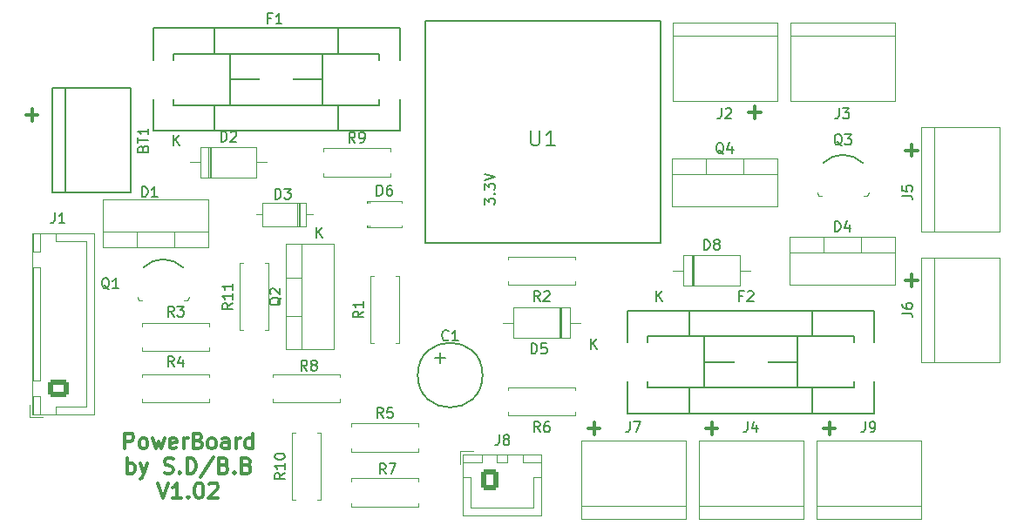
<source format=gto>
G04 #@! TF.GenerationSoftware,KiCad,Pcbnew,(5.99.0-10988-gd8b1e827c7)*
G04 #@! TF.CreationDate,2021-06-25T10:47:14+02:00*
G04 #@! TF.ProjectId,charge_pcb,63686172-6765-45f7-9063-622e6b696361,rev?*
G04 #@! TF.SameCoordinates,Original*
G04 #@! TF.FileFunction,Legend,Top*
G04 #@! TF.FilePolarity,Positive*
%FSLAX46Y46*%
G04 Gerber Fmt 4.6, Leading zero omitted, Abs format (unit mm)*
G04 Created by KiCad (PCBNEW (5.99.0-10988-gd8b1e827c7)) date 2021-06-25 10:47:14*
%MOMM*%
%LPD*%
G01*
G04 APERTURE LIST*
G04 Aperture macros list*
%AMRoundRect*
0 Rectangle with rounded corners*
0 $1 Rounding radius*
0 $2 $3 $4 $5 $6 $7 $8 $9 X,Y pos of 4 corners*
0 Add a 4 corners polygon primitive as box body*
4,1,4,$2,$3,$4,$5,$6,$7,$8,$9,$2,$3,0*
0 Add four circle primitives for the rounded corners*
1,1,$1+$1,$2,$3*
1,1,$1+$1,$4,$5*
1,1,$1+$1,$6,$7*
1,1,$1+$1,$8,$9*
0 Add four rect primitives between the rounded corners*
20,1,$1+$1,$2,$3,$4,$5,0*
20,1,$1+$1,$4,$5,$6,$7,0*
20,1,$1+$1,$6,$7,$8,$9,0*
20,1,$1+$1,$8,$9,$2,$3,0*%
G04 Aperture macros list end*
%ADD10C,0.300000*%
%ADD11C,0.200000*%
%ADD12C,0.150000*%
%ADD13C,0.120000*%
%ADD14C,0.100000*%
%ADD15C,1.524000*%
%ADD16C,2.000000*%
%ADD17C,3.200000*%
%ADD18O,4.000500X2.499360*%
%ADD19C,1.501140*%
%ADD20C,2.540000*%
%ADD21R,2.540000X2.540000*%
%ADD22C,5.600000*%
%ADD23C,3.600000*%
%ADD24O,1.600000X1.600000*%
%ADD25C,1.600000*%
%ADD26C,3.000000*%
%ADD27R,3.000000X3.000000*%
%ADD28O,2.000000X1.905000*%
%ADD29R,2.000000X1.905000*%
%ADD30O,1.905000X2.000000*%
%ADD31R,1.905000X2.000000*%
%ADD32O,2.200000X2.200000*%
%ADD33R,2.200000X2.200000*%
%ADD34O,1.700000X2.000000*%
%ADD35RoundRect,0.250000X-0.600000X-0.750000X0.600000X-0.750000X0.600000X0.750000X-0.600000X0.750000X0*%
%ADD36O,1.950000X1.700000*%
%ADD37RoundRect,0.250000X0.725000X-0.600000X0.725000X0.600000X-0.725000X0.600000X-0.725000X-0.600000X0*%
%ADD38C,1.800000*%
%ADD39R,1.800000X1.800000*%
%ADD40R,1.500000X1.500000*%
%ADD41C,1.500000*%
%ADD42O,2.000000X2.000000*%
%ADD43R,2.000000X2.000000*%
%ADD44R,1.600000X1.600000*%
G04 APERTURE END LIST*
D10*
X139488571Y-114147142D02*
X140631428Y-114147142D01*
X140060000Y-114718571D02*
X140060000Y-113575714D01*
X154738571Y-117837142D02*
X155881428Y-117837142D01*
X155310000Y-118408571D02*
X155310000Y-117265714D01*
X154738571Y-130507142D02*
X155881428Y-130507142D01*
X155310000Y-131078571D02*
X155310000Y-129935714D01*
X123888571Y-144887142D02*
X125031428Y-144887142D01*
X124460000Y-145458571D02*
X124460000Y-144315714D01*
D11*
X113852380Y-123126190D02*
X113852380Y-122507142D01*
X114233333Y-122840476D01*
X114233333Y-122697619D01*
X114280952Y-122602380D01*
X114328571Y-122554761D01*
X114423809Y-122507142D01*
X114661904Y-122507142D01*
X114757142Y-122554761D01*
X114804761Y-122602380D01*
X114852380Y-122697619D01*
X114852380Y-122983333D01*
X114804761Y-123078571D01*
X114757142Y-123126190D01*
X114757142Y-122078571D02*
X114804761Y-122030952D01*
X114852380Y-122078571D01*
X114804761Y-122126190D01*
X114757142Y-122078571D01*
X114852380Y-122078571D01*
X113852380Y-121697619D02*
X113852380Y-121078571D01*
X114233333Y-121411904D01*
X114233333Y-121269047D01*
X114280952Y-121173809D01*
X114328571Y-121126190D01*
X114423809Y-121078571D01*
X114661904Y-121078571D01*
X114757142Y-121126190D01*
X114804761Y-121173809D01*
X114852380Y-121269047D01*
X114852380Y-121554761D01*
X114804761Y-121650000D01*
X114757142Y-121697619D01*
X113852380Y-120792857D02*
X114852380Y-120459523D01*
X113852380Y-120126190D01*
D10*
X135318571Y-144887142D02*
X136461428Y-144887142D01*
X135890000Y-145458571D02*
X135890000Y-144315714D01*
X146748571Y-144887142D02*
X147891428Y-144887142D01*
X147320000Y-145458571D02*
X147320000Y-144315714D01*
X69278571Y-114407142D02*
X70421428Y-114407142D01*
X69850000Y-114978571D02*
X69850000Y-113835714D01*
X78875714Y-146853571D02*
X78875714Y-145353571D01*
X79447142Y-145353571D01*
X79590000Y-145425000D01*
X79661428Y-145496428D01*
X79732857Y-145639285D01*
X79732857Y-145853571D01*
X79661428Y-145996428D01*
X79590000Y-146067857D01*
X79447142Y-146139285D01*
X78875714Y-146139285D01*
X80590000Y-146853571D02*
X80447142Y-146782142D01*
X80375714Y-146710714D01*
X80304285Y-146567857D01*
X80304285Y-146139285D01*
X80375714Y-145996428D01*
X80447142Y-145925000D01*
X80590000Y-145853571D01*
X80804285Y-145853571D01*
X80947142Y-145925000D01*
X81018571Y-145996428D01*
X81090000Y-146139285D01*
X81090000Y-146567857D01*
X81018571Y-146710714D01*
X80947142Y-146782142D01*
X80804285Y-146853571D01*
X80590000Y-146853571D01*
X81590000Y-145853571D02*
X81875714Y-146853571D01*
X82161428Y-146139285D01*
X82447142Y-146853571D01*
X82732857Y-145853571D01*
X83875714Y-146782142D02*
X83732857Y-146853571D01*
X83447142Y-146853571D01*
X83304285Y-146782142D01*
X83232857Y-146639285D01*
X83232857Y-146067857D01*
X83304285Y-145925000D01*
X83447142Y-145853571D01*
X83732857Y-145853571D01*
X83875714Y-145925000D01*
X83947142Y-146067857D01*
X83947142Y-146210714D01*
X83232857Y-146353571D01*
X84590000Y-146853571D02*
X84590000Y-145853571D01*
X84590000Y-146139285D02*
X84661428Y-145996428D01*
X84732857Y-145925000D01*
X84875714Y-145853571D01*
X85018571Y-145853571D01*
X86018571Y-146067857D02*
X86232857Y-146139285D01*
X86304285Y-146210714D01*
X86375714Y-146353571D01*
X86375714Y-146567857D01*
X86304285Y-146710714D01*
X86232857Y-146782142D01*
X86090000Y-146853571D01*
X85518571Y-146853571D01*
X85518571Y-145353571D01*
X86018571Y-145353571D01*
X86161428Y-145425000D01*
X86232857Y-145496428D01*
X86304285Y-145639285D01*
X86304285Y-145782142D01*
X86232857Y-145925000D01*
X86161428Y-145996428D01*
X86018571Y-146067857D01*
X85518571Y-146067857D01*
X87232857Y-146853571D02*
X87090000Y-146782142D01*
X87018571Y-146710714D01*
X86947142Y-146567857D01*
X86947142Y-146139285D01*
X87018571Y-145996428D01*
X87090000Y-145925000D01*
X87232857Y-145853571D01*
X87447142Y-145853571D01*
X87590000Y-145925000D01*
X87661428Y-145996428D01*
X87732857Y-146139285D01*
X87732857Y-146567857D01*
X87661428Y-146710714D01*
X87590000Y-146782142D01*
X87447142Y-146853571D01*
X87232857Y-146853571D01*
X89018571Y-146853571D02*
X89018571Y-146067857D01*
X88947142Y-145925000D01*
X88804285Y-145853571D01*
X88518571Y-145853571D01*
X88375714Y-145925000D01*
X89018571Y-146782142D02*
X88875714Y-146853571D01*
X88518571Y-146853571D01*
X88375714Y-146782142D01*
X88304285Y-146639285D01*
X88304285Y-146496428D01*
X88375714Y-146353571D01*
X88518571Y-146282142D01*
X88875714Y-146282142D01*
X89018571Y-146210714D01*
X89732857Y-146853571D02*
X89732857Y-145853571D01*
X89732857Y-146139285D02*
X89804285Y-145996428D01*
X89875714Y-145925000D01*
X90018571Y-145853571D01*
X90161428Y-145853571D01*
X91304285Y-146853571D02*
X91304285Y-145353571D01*
X91304285Y-146782142D02*
X91161428Y-146853571D01*
X90875714Y-146853571D01*
X90732857Y-146782142D01*
X90661428Y-146710714D01*
X90590000Y-146567857D01*
X90590000Y-146139285D01*
X90661428Y-145996428D01*
X90732857Y-145925000D01*
X90875714Y-145853571D01*
X91161428Y-145853571D01*
X91304285Y-145925000D01*
X79161428Y-149268571D02*
X79161428Y-147768571D01*
X79161428Y-148340000D02*
X79304285Y-148268571D01*
X79590000Y-148268571D01*
X79732857Y-148340000D01*
X79804285Y-148411428D01*
X79875714Y-148554285D01*
X79875714Y-148982857D01*
X79804285Y-149125714D01*
X79732857Y-149197142D01*
X79590000Y-149268571D01*
X79304285Y-149268571D01*
X79161428Y-149197142D01*
X80375714Y-148268571D02*
X80732857Y-149268571D01*
X81090000Y-148268571D02*
X80732857Y-149268571D01*
X80590000Y-149625714D01*
X80518571Y-149697142D01*
X80375714Y-149768571D01*
X82732857Y-149197142D02*
X82947142Y-149268571D01*
X83304285Y-149268571D01*
X83447142Y-149197142D01*
X83518571Y-149125714D01*
X83590000Y-148982857D01*
X83590000Y-148840000D01*
X83518571Y-148697142D01*
X83447142Y-148625714D01*
X83304285Y-148554285D01*
X83018571Y-148482857D01*
X82875714Y-148411428D01*
X82804285Y-148340000D01*
X82732857Y-148197142D01*
X82732857Y-148054285D01*
X82804285Y-147911428D01*
X82875714Y-147840000D01*
X83018571Y-147768571D01*
X83375714Y-147768571D01*
X83590000Y-147840000D01*
X84232857Y-149125714D02*
X84304285Y-149197142D01*
X84232857Y-149268571D01*
X84161428Y-149197142D01*
X84232857Y-149125714D01*
X84232857Y-149268571D01*
X84947142Y-149268571D02*
X84947142Y-147768571D01*
X85304285Y-147768571D01*
X85518571Y-147840000D01*
X85661428Y-147982857D01*
X85732857Y-148125714D01*
X85804285Y-148411428D01*
X85804285Y-148625714D01*
X85732857Y-148911428D01*
X85661428Y-149054285D01*
X85518571Y-149197142D01*
X85304285Y-149268571D01*
X84947142Y-149268571D01*
X87518571Y-147697142D02*
X86232857Y-149625714D01*
X88518571Y-148482857D02*
X88732857Y-148554285D01*
X88804285Y-148625714D01*
X88875714Y-148768571D01*
X88875714Y-148982857D01*
X88804285Y-149125714D01*
X88732857Y-149197142D01*
X88590000Y-149268571D01*
X88018571Y-149268571D01*
X88018571Y-147768571D01*
X88518571Y-147768571D01*
X88661428Y-147840000D01*
X88732857Y-147911428D01*
X88804285Y-148054285D01*
X88804285Y-148197142D01*
X88732857Y-148340000D01*
X88661428Y-148411428D01*
X88518571Y-148482857D01*
X88018571Y-148482857D01*
X89518571Y-149125714D02*
X89590000Y-149197142D01*
X89518571Y-149268571D01*
X89447142Y-149197142D01*
X89518571Y-149125714D01*
X89518571Y-149268571D01*
X90732857Y-148482857D02*
X90947142Y-148554285D01*
X91018571Y-148625714D01*
X91090000Y-148768571D01*
X91090000Y-148982857D01*
X91018571Y-149125714D01*
X90947142Y-149197142D01*
X90804285Y-149268571D01*
X90232857Y-149268571D01*
X90232857Y-147768571D01*
X90732857Y-147768571D01*
X90875714Y-147840000D01*
X90947142Y-147911428D01*
X91018571Y-148054285D01*
X91018571Y-148197142D01*
X90947142Y-148340000D01*
X90875714Y-148411428D01*
X90732857Y-148482857D01*
X90232857Y-148482857D01*
X82090000Y-150183571D02*
X82590000Y-151683571D01*
X83090000Y-150183571D01*
X84375714Y-151683571D02*
X83518571Y-151683571D01*
X83947142Y-151683571D02*
X83947142Y-150183571D01*
X83804285Y-150397857D01*
X83661428Y-150540714D01*
X83518571Y-150612142D01*
X85018571Y-151540714D02*
X85090000Y-151612142D01*
X85018571Y-151683571D01*
X84947142Y-151612142D01*
X85018571Y-151540714D01*
X85018571Y-151683571D01*
X86018571Y-150183571D02*
X86161428Y-150183571D01*
X86304285Y-150255000D01*
X86375714Y-150326428D01*
X86447142Y-150469285D01*
X86518571Y-150755000D01*
X86518571Y-151112142D01*
X86447142Y-151397857D01*
X86375714Y-151540714D01*
X86304285Y-151612142D01*
X86161428Y-151683571D01*
X86018571Y-151683571D01*
X85875714Y-151612142D01*
X85804285Y-151540714D01*
X85732857Y-151397857D01*
X85661428Y-151112142D01*
X85661428Y-150755000D01*
X85732857Y-150469285D01*
X85804285Y-150326428D01*
X85875714Y-150255000D01*
X86018571Y-150183571D01*
X87090000Y-150326428D02*
X87161428Y-150255000D01*
X87304285Y-150183571D01*
X87661428Y-150183571D01*
X87804285Y-150255000D01*
X87875714Y-150326428D01*
X87947142Y-150469285D01*
X87947142Y-150612142D01*
X87875714Y-150826428D01*
X87018571Y-151683571D01*
X87947142Y-151683571D01*
D12*
X89352380Y-132722857D02*
X88876190Y-133056190D01*
X89352380Y-133294285D02*
X88352380Y-133294285D01*
X88352380Y-132913333D01*
X88400000Y-132818095D01*
X88447619Y-132770476D01*
X88542857Y-132722857D01*
X88685714Y-132722857D01*
X88780952Y-132770476D01*
X88828571Y-132818095D01*
X88876190Y-132913333D01*
X88876190Y-133294285D01*
X89352380Y-131770476D02*
X89352380Y-132341904D01*
X89352380Y-132056190D02*
X88352380Y-132056190D01*
X88495238Y-132151428D01*
X88590476Y-132246666D01*
X88638095Y-132341904D01*
X89352380Y-130818095D02*
X89352380Y-131389523D01*
X89352380Y-131103809D02*
X88352380Y-131103809D01*
X88495238Y-131199047D01*
X88590476Y-131294285D01*
X88638095Y-131389523D01*
X148256666Y-113752380D02*
X148256666Y-114466666D01*
X148209047Y-114609523D01*
X148113809Y-114704761D01*
X147970952Y-114752380D01*
X147875714Y-114752380D01*
X148637619Y-113752380D02*
X149256666Y-113752380D01*
X148923333Y-114133333D01*
X149066190Y-114133333D01*
X149161428Y-114180952D01*
X149209047Y-114228571D01*
X149256666Y-114323809D01*
X149256666Y-114561904D01*
X149209047Y-114657142D01*
X149161428Y-114704761D01*
X149066190Y-114752380D01*
X148780476Y-114752380D01*
X148685238Y-114704761D01*
X148637619Y-114657142D01*
X136826666Y-113752380D02*
X136826666Y-114466666D01*
X136779047Y-114609523D01*
X136683809Y-114704761D01*
X136540952Y-114752380D01*
X136445714Y-114752380D01*
X137255238Y-113847619D02*
X137302857Y-113800000D01*
X137398095Y-113752380D01*
X137636190Y-113752380D01*
X137731428Y-113800000D01*
X137779047Y-113847619D01*
X137826666Y-113942857D01*
X137826666Y-114038095D01*
X137779047Y-114180952D01*
X137207619Y-114752380D01*
X137826666Y-114752380D01*
X154392380Y-122253333D02*
X155106666Y-122253333D01*
X155249523Y-122300952D01*
X155344761Y-122396190D01*
X155392380Y-122539047D01*
X155392380Y-122634285D01*
X154392380Y-121300952D02*
X154392380Y-121777142D01*
X154868571Y-121824761D01*
X154820952Y-121777142D01*
X154773333Y-121681904D01*
X154773333Y-121443809D01*
X154820952Y-121348571D01*
X154868571Y-121300952D01*
X154963809Y-121253333D01*
X155201904Y-121253333D01*
X155297142Y-121300952D01*
X155344761Y-121348571D01*
X155392380Y-121443809D01*
X155392380Y-121681904D01*
X155344761Y-121777142D01*
X155297142Y-121824761D01*
X154392380Y-133683333D02*
X155106666Y-133683333D01*
X155249523Y-133730952D01*
X155344761Y-133826190D01*
X155392380Y-133969047D01*
X155392380Y-134064285D01*
X154392380Y-132778571D02*
X154392380Y-132969047D01*
X154440000Y-133064285D01*
X154487619Y-133111904D01*
X154630476Y-133207142D01*
X154820952Y-133254761D01*
X155201904Y-133254761D01*
X155297142Y-133207142D01*
X155344761Y-133159523D01*
X155392380Y-133064285D01*
X155392380Y-132873809D01*
X155344761Y-132778571D01*
X155297142Y-132730952D01*
X155201904Y-132683333D01*
X154963809Y-132683333D01*
X154868571Y-132730952D01*
X154820952Y-132778571D01*
X154773333Y-132873809D01*
X154773333Y-133064285D01*
X154820952Y-133159523D01*
X154868571Y-133207142D01*
X154963809Y-133254761D01*
X127936666Y-144232380D02*
X127936666Y-144946666D01*
X127889047Y-145089523D01*
X127793809Y-145184761D01*
X127650952Y-145232380D01*
X127555714Y-145232380D01*
X128317619Y-144232380D02*
X128984285Y-144232380D01*
X128555714Y-145232380D01*
X139366666Y-144232380D02*
X139366666Y-144946666D01*
X139319047Y-145089523D01*
X139223809Y-145184761D01*
X139080952Y-145232380D01*
X138985714Y-145232380D01*
X140271428Y-144565714D02*
X140271428Y-145232380D01*
X140033333Y-144184761D02*
X139795238Y-144899047D01*
X140414285Y-144899047D01*
X150796666Y-144232380D02*
X150796666Y-144946666D01*
X150749047Y-145089523D01*
X150653809Y-145184761D01*
X150510952Y-145232380D01*
X150415714Y-145232380D01*
X151320476Y-145232380D02*
X151510952Y-145232380D01*
X151606190Y-145184761D01*
X151653809Y-145137142D01*
X151749047Y-144994285D01*
X151796666Y-144803809D01*
X151796666Y-144422857D01*
X151749047Y-144327619D01*
X151701428Y-144280000D01*
X151606190Y-144232380D01*
X151415714Y-144232380D01*
X151320476Y-144280000D01*
X151272857Y-144327619D01*
X151225238Y-144422857D01*
X151225238Y-144660952D01*
X151272857Y-144756190D01*
X151320476Y-144803809D01*
X151415714Y-144851428D01*
X151606190Y-144851428D01*
X151701428Y-144803809D01*
X151749047Y-144756190D01*
X151796666Y-144660952D01*
X94067619Y-132175238D02*
X94020000Y-132270476D01*
X93924761Y-132365714D01*
X93781904Y-132508571D01*
X93734285Y-132603809D01*
X93734285Y-132699047D01*
X93972380Y-132651428D02*
X93924761Y-132746666D01*
X93829523Y-132841904D01*
X93639047Y-132889523D01*
X93305714Y-132889523D01*
X93115238Y-132841904D01*
X93020000Y-132746666D01*
X92972380Y-132651428D01*
X92972380Y-132460952D01*
X93020000Y-132365714D01*
X93115238Y-132270476D01*
X93305714Y-132222857D01*
X93639047Y-132222857D01*
X93829523Y-132270476D01*
X93924761Y-132365714D01*
X93972380Y-132460952D01*
X93972380Y-132651428D01*
X93067619Y-131841904D02*
X93020000Y-131794285D01*
X92972380Y-131699047D01*
X92972380Y-131460952D01*
X93020000Y-131365714D01*
X93067619Y-131318095D01*
X93162857Y-131270476D01*
X93258095Y-131270476D01*
X93400952Y-131318095D01*
X93972380Y-131889523D01*
X93972380Y-131270476D01*
X137064761Y-118197619D02*
X136969523Y-118150000D01*
X136874285Y-118054761D01*
X136731428Y-117911904D01*
X136636190Y-117864285D01*
X136540952Y-117864285D01*
X136588571Y-118102380D02*
X136493333Y-118054761D01*
X136398095Y-117959523D01*
X136350476Y-117769047D01*
X136350476Y-117435714D01*
X136398095Y-117245238D01*
X136493333Y-117150000D01*
X136588571Y-117102380D01*
X136779047Y-117102380D01*
X136874285Y-117150000D01*
X136969523Y-117245238D01*
X137017142Y-117435714D01*
X137017142Y-117769047D01*
X136969523Y-117959523D01*
X136874285Y-118054761D01*
X136779047Y-118102380D01*
X136588571Y-118102380D01*
X137874285Y-117435714D02*
X137874285Y-118102380D01*
X137636190Y-117054761D02*
X137398095Y-117769047D01*
X138017142Y-117769047D01*
X135151904Y-127522380D02*
X135151904Y-126522380D01*
X135390000Y-126522380D01*
X135532857Y-126570000D01*
X135628095Y-126665238D01*
X135675714Y-126760476D01*
X135723333Y-126950952D01*
X135723333Y-127093809D01*
X135675714Y-127284285D01*
X135628095Y-127379523D01*
X135532857Y-127474761D01*
X135390000Y-127522380D01*
X135151904Y-127522380D01*
X136294761Y-126950952D02*
X136199523Y-126903333D01*
X136151904Y-126855714D01*
X136104285Y-126760476D01*
X136104285Y-126712857D01*
X136151904Y-126617619D01*
X136199523Y-126570000D01*
X136294761Y-126522380D01*
X136485238Y-126522380D01*
X136580476Y-126570000D01*
X136628095Y-126617619D01*
X136675714Y-126712857D01*
X136675714Y-126760476D01*
X136628095Y-126855714D01*
X136580476Y-126903333D01*
X136485238Y-126950952D01*
X136294761Y-126950952D01*
X136199523Y-126998571D01*
X136151904Y-127046190D01*
X136104285Y-127141428D01*
X136104285Y-127331904D01*
X136151904Y-127427142D01*
X136199523Y-127474761D01*
X136294761Y-127522380D01*
X136485238Y-127522380D01*
X136580476Y-127474761D01*
X136628095Y-127427142D01*
X136675714Y-127331904D01*
X136675714Y-127141428D01*
X136628095Y-127046190D01*
X136580476Y-126998571D01*
X136485238Y-126950952D01*
X130548095Y-132532380D02*
X130548095Y-131532380D01*
X131119523Y-132532380D02*
X130690952Y-131960952D01*
X131119523Y-131532380D02*
X130548095Y-132103809D01*
X94432380Y-149232857D02*
X93956190Y-149566190D01*
X94432380Y-149804285D02*
X93432380Y-149804285D01*
X93432380Y-149423333D01*
X93480000Y-149328095D01*
X93527619Y-149280476D01*
X93622857Y-149232857D01*
X93765714Y-149232857D01*
X93860952Y-149280476D01*
X93908571Y-149328095D01*
X93956190Y-149423333D01*
X93956190Y-149804285D01*
X94432380Y-148280476D02*
X94432380Y-148851904D01*
X94432380Y-148566190D02*
X93432380Y-148566190D01*
X93575238Y-148661428D01*
X93670476Y-148756666D01*
X93718095Y-148851904D01*
X93432380Y-147661428D02*
X93432380Y-147566190D01*
X93480000Y-147470952D01*
X93527619Y-147423333D01*
X93622857Y-147375714D01*
X93813333Y-147328095D01*
X94051428Y-147328095D01*
X94241904Y-147375714D01*
X94337142Y-147423333D01*
X94384761Y-147470952D01*
X94432380Y-147566190D01*
X94432380Y-147661428D01*
X94384761Y-147756666D01*
X94337142Y-147804285D01*
X94241904Y-147851904D01*
X94051428Y-147899523D01*
X93813333Y-147899523D01*
X93622857Y-147851904D01*
X93527619Y-147804285D01*
X93480000Y-147756666D01*
X93432380Y-147661428D01*
X115236666Y-145502380D02*
X115236666Y-146216666D01*
X115189047Y-146359523D01*
X115093809Y-146454761D01*
X114950952Y-146502380D01*
X114855714Y-146502380D01*
X115855714Y-145930952D02*
X115760476Y-145883333D01*
X115712857Y-145835714D01*
X115665238Y-145740476D01*
X115665238Y-145692857D01*
X115712857Y-145597619D01*
X115760476Y-145550000D01*
X115855714Y-145502380D01*
X116046190Y-145502380D01*
X116141428Y-145550000D01*
X116189047Y-145597619D01*
X116236666Y-145692857D01*
X116236666Y-145740476D01*
X116189047Y-145835714D01*
X116141428Y-145883333D01*
X116046190Y-145930952D01*
X115855714Y-145930952D01*
X115760476Y-145978571D01*
X115712857Y-146026190D01*
X115665238Y-146121428D01*
X115665238Y-146311904D01*
X115712857Y-146407142D01*
X115760476Y-146454761D01*
X115855714Y-146502380D01*
X116046190Y-146502380D01*
X116141428Y-146454761D01*
X116189047Y-146407142D01*
X116236666Y-146311904D01*
X116236666Y-146121428D01*
X116189047Y-146026190D01*
X116141428Y-145978571D01*
X116046190Y-145930952D01*
X72056666Y-123912380D02*
X72056666Y-124626666D01*
X72009047Y-124769523D01*
X71913809Y-124864761D01*
X71770952Y-124912380D01*
X71675714Y-124912380D01*
X73056666Y-124912380D02*
X72485238Y-124912380D01*
X72770952Y-124912380D02*
X72770952Y-123912380D01*
X72675714Y-124055238D01*
X72580476Y-124150476D01*
X72485238Y-124198095D01*
X103361904Y-122242380D02*
X103361904Y-121242380D01*
X103600000Y-121242380D01*
X103742857Y-121290000D01*
X103838095Y-121385238D01*
X103885714Y-121480476D01*
X103933333Y-121670952D01*
X103933333Y-121813809D01*
X103885714Y-122004285D01*
X103838095Y-122099523D01*
X103742857Y-122194761D01*
X103600000Y-122242380D01*
X103361904Y-122242380D01*
X104790476Y-121242380D02*
X104600000Y-121242380D01*
X104504761Y-121290000D01*
X104457142Y-121337619D01*
X104361904Y-121480476D01*
X104314285Y-121670952D01*
X104314285Y-122051904D01*
X104361904Y-122147142D01*
X104409523Y-122194761D01*
X104504761Y-122242380D01*
X104695238Y-122242380D01*
X104790476Y-122194761D01*
X104838095Y-122147142D01*
X104885714Y-122051904D01*
X104885714Y-121813809D01*
X104838095Y-121718571D01*
X104790476Y-121670952D01*
X104695238Y-121623333D01*
X104504761Y-121623333D01*
X104409523Y-121670952D01*
X104361904Y-121718571D01*
X104314285Y-121813809D01*
X101243333Y-117092380D02*
X100910000Y-116616190D01*
X100671904Y-117092380D02*
X100671904Y-116092380D01*
X101052857Y-116092380D01*
X101148095Y-116140000D01*
X101195714Y-116187619D01*
X101243333Y-116282857D01*
X101243333Y-116425714D01*
X101195714Y-116520952D01*
X101148095Y-116568571D01*
X101052857Y-116616190D01*
X100671904Y-116616190D01*
X101719523Y-117092380D02*
X101910000Y-117092380D01*
X102005238Y-117044761D01*
X102052857Y-116997142D01*
X102148095Y-116854285D01*
X102195714Y-116663809D01*
X102195714Y-116282857D01*
X102148095Y-116187619D01*
X102100476Y-116140000D01*
X102005238Y-116092380D01*
X101814761Y-116092380D01*
X101719523Y-116140000D01*
X101671904Y-116187619D01*
X101624285Y-116282857D01*
X101624285Y-116520952D01*
X101671904Y-116616190D01*
X101719523Y-116663809D01*
X101814761Y-116711428D01*
X102005238Y-116711428D01*
X102100476Y-116663809D01*
X102148095Y-116616190D01*
X102195714Y-116520952D01*
X118327142Y-115888571D02*
X118327142Y-117102857D01*
X118398571Y-117245714D01*
X118470000Y-117317142D01*
X118612857Y-117388571D01*
X118898571Y-117388571D01*
X119041428Y-117317142D01*
X119112857Y-117245714D01*
X119184285Y-117102857D01*
X119184285Y-115888571D01*
X120684285Y-117388571D02*
X119827142Y-117388571D01*
X120255714Y-117388571D02*
X120255714Y-115888571D01*
X120112857Y-116102857D01*
X119970000Y-116245714D01*
X119827142Y-116317142D01*
X96583333Y-139272380D02*
X96250000Y-138796190D01*
X96011904Y-139272380D02*
X96011904Y-138272380D01*
X96392857Y-138272380D01*
X96488095Y-138320000D01*
X96535714Y-138367619D01*
X96583333Y-138462857D01*
X96583333Y-138605714D01*
X96535714Y-138700952D01*
X96488095Y-138748571D01*
X96392857Y-138796190D01*
X96011904Y-138796190D01*
X97154761Y-138700952D02*
X97059523Y-138653333D01*
X97011904Y-138605714D01*
X96964285Y-138510476D01*
X96964285Y-138462857D01*
X97011904Y-138367619D01*
X97059523Y-138320000D01*
X97154761Y-138272380D01*
X97345238Y-138272380D01*
X97440476Y-138320000D01*
X97488095Y-138367619D01*
X97535714Y-138462857D01*
X97535714Y-138510476D01*
X97488095Y-138605714D01*
X97440476Y-138653333D01*
X97345238Y-138700952D01*
X97154761Y-138700952D01*
X97059523Y-138748571D01*
X97011904Y-138796190D01*
X96964285Y-138891428D01*
X96964285Y-139081904D01*
X97011904Y-139177142D01*
X97059523Y-139224761D01*
X97154761Y-139272380D01*
X97345238Y-139272380D01*
X97440476Y-139224761D01*
X97488095Y-139177142D01*
X97535714Y-139081904D01*
X97535714Y-138891428D01*
X97488095Y-138796190D01*
X97440476Y-138748571D01*
X97345238Y-138700952D01*
X104233333Y-149312380D02*
X103900000Y-148836190D01*
X103661904Y-149312380D02*
X103661904Y-148312380D01*
X104042857Y-148312380D01*
X104138095Y-148360000D01*
X104185714Y-148407619D01*
X104233333Y-148502857D01*
X104233333Y-148645714D01*
X104185714Y-148740952D01*
X104138095Y-148788571D01*
X104042857Y-148836190D01*
X103661904Y-148836190D01*
X104566666Y-148312380D02*
X105233333Y-148312380D01*
X104804761Y-149312380D01*
X119213333Y-145232380D02*
X118880000Y-144756190D01*
X118641904Y-145232380D02*
X118641904Y-144232380D01*
X119022857Y-144232380D01*
X119118095Y-144280000D01*
X119165714Y-144327619D01*
X119213333Y-144422857D01*
X119213333Y-144565714D01*
X119165714Y-144660952D01*
X119118095Y-144708571D01*
X119022857Y-144756190D01*
X118641904Y-144756190D01*
X120070476Y-144232380D02*
X119880000Y-144232380D01*
X119784761Y-144280000D01*
X119737142Y-144327619D01*
X119641904Y-144470476D01*
X119594285Y-144660952D01*
X119594285Y-145041904D01*
X119641904Y-145137142D01*
X119689523Y-145184761D01*
X119784761Y-145232380D01*
X119975238Y-145232380D01*
X120070476Y-145184761D01*
X120118095Y-145137142D01*
X120165714Y-145041904D01*
X120165714Y-144803809D01*
X120118095Y-144708571D01*
X120070476Y-144660952D01*
X119975238Y-144613333D01*
X119784761Y-144613333D01*
X119689523Y-144660952D01*
X119641904Y-144708571D01*
X119594285Y-144803809D01*
X103973333Y-143872380D02*
X103640000Y-143396190D01*
X103401904Y-143872380D02*
X103401904Y-142872380D01*
X103782857Y-142872380D01*
X103878095Y-142920000D01*
X103925714Y-142967619D01*
X103973333Y-143062857D01*
X103973333Y-143205714D01*
X103925714Y-143300952D01*
X103878095Y-143348571D01*
X103782857Y-143396190D01*
X103401904Y-143396190D01*
X104878095Y-142872380D02*
X104401904Y-142872380D01*
X104354285Y-143348571D01*
X104401904Y-143300952D01*
X104497142Y-143253333D01*
X104735238Y-143253333D01*
X104830476Y-143300952D01*
X104878095Y-143348571D01*
X104925714Y-143443809D01*
X104925714Y-143681904D01*
X104878095Y-143777142D01*
X104830476Y-143824761D01*
X104735238Y-143872380D01*
X104497142Y-143872380D01*
X104401904Y-143824761D01*
X104354285Y-143777142D01*
X83653333Y-138882380D02*
X83320000Y-138406190D01*
X83081904Y-138882380D02*
X83081904Y-137882380D01*
X83462857Y-137882380D01*
X83558095Y-137930000D01*
X83605714Y-137977619D01*
X83653333Y-138072857D01*
X83653333Y-138215714D01*
X83605714Y-138310952D01*
X83558095Y-138358571D01*
X83462857Y-138406190D01*
X83081904Y-138406190D01*
X84510476Y-138215714D02*
X84510476Y-138882380D01*
X84272380Y-137834761D02*
X84034285Y-138549047D01*
X84653333Y-138549047D01*
X83653333Y-134012380D02*
X83320000Y-133536190D01*
X83081904Y-134012380D02*
X83081904Y-133012380D01*
X83462857Y-133012380D01*
X83558095Y-133060000D01*
X83605714Y-133107619D01*
X83653333Y-133202857D01*
X83653333Y-133345714D01*
X83605714Y-133440952D01*
X83558095Y-133488571D01*
X83462857Y-133536190D01*
X83081904Y-133536190D01*
X83986666Y-133012380D02*
X84605714Y-133012380D01*
X84272380Y-133393333D01*
X84415238Y-133393333D01*
X84510476Y-133440952D01*
X84558095Y-133488571D01*
X84605714Y-133583809D01*
X84605714Y-133821904D01*
X84558095Y-133917142D01*
X84510476Y-133964761D01*
X84415238Y-134012380D01*
X84129523Y-134012380D01*
X84034285Y-133964761D01*
X83986666Y-133917142D01*
X119213333Y-132532380D02*
X118880000Y-132056190D01*
X118641904Y-132532380D02*
X118641904Y-131532380D01*
X119022857Y-131532380D01*
X119118095Y-131580000D01*
X119165714Y-131627619D01*
X119213333Y-131722857D01*
X119213333Y-131865714D01*
X119165714Y-131960952D01*
X119118095Y-132008571D01*
X119022857Y-132056190D01*
X118641904Y-132056190D01*
X119594285Y-131627619D02*
X119641904Y-131580000D01*
X119737142Y-131532380D01*
X119975238Y-131532380D01*
X120070476Y-131580000D01*
X120118095Y-131627619D01*
X120165714Y-131722857D01*
X120165714Y-131818095D01*
X120118095Y-131960952D01*
X119546666Y-132532380D01*
X120165714Y-132532380D01*
X102052380Y-133516666D02*
X101576190Y-133850000D01*
X102052380Y-134088095D02*
X101052380Y-134088095D01*
X101052380Y-133707142D01*
X101100000Y-133611904D01*
X101147619Y-133564285D01*
X101242857Y-133516666D01*
X101385714Y-133516666D01*
X101480952Y-133564285D01*
X101528571Y-133611904D01*
X101576190Y-133707142D01*
X101576190Y-134088095D01*
X102052380Y-132564285D02*
X102052380Y-133135714D01*
X102052380Y-132850000D02*
X101052380Y-132850000D01*
X101195238Y-132945238D01*
X101290476Y-133040476D01*
X101338095Y-133135714D01*
X148554761Y-117387619D02*
X148459523Y-117340000D01*
X148364285Y-117244761D01*
X148221428Y-117101904D01*
X148126190Y-117054285D01*
X148030952Y-117054285D01*
X148078571Y-117292380D02*
X147983333Y-117244761D01*
X147888095Y-117149523D01*
X147840476Y-116959047D01*
X147840476Y-116625714D01*
X147888095Y-116435238D01*
X147983333Y-116340000D01*
X148078571Y-116292380D01*
X148269047Y-116292380D01*
X148364285Y-116340000D01*
X148459523Y-116435238D01*
X148507142Y-116625714D01*
X148507142Y-116959047D01*
X148459523Y-117149523D01*
X148364285Y-117244761D01*
X148269047Y-117292380D01*
X148078571Y-117292380D01*
X148840476Y-116292380D02*
X149459523Y-116292380D01*
X149126190Y-116673333D01*
X149269047Y-116673333D01*
X149364285Y-116720952D01*
X149411904Y-116768571D01*
X149459523Y-116863809D01*
X149459523Y-117101904D01*
X149411904Y-117197142D01*
X149364285Y-117244761D01*
X149269047Y-117292380D01*
X148983333Y-117292380D01*
X148888095Y-117244761D01*
X148840476Y-117197142D01*
X77374761Y-131357619D02*
X77279523Y-131310000D01*
X77184285Y-131214761D01*
X77041428Y-131071904D01*
X76946190Y-131024285D01*
X76850952Y-131024285D01*
X76898571Y-131262380D02*
X76803333Y-131214761D01*
X76708095Y-131119523D01*
X76660476Y-130929047D01*
X76660476Y-130595714D01*
X76708095Y-130405238D01*
X76803333Y-130310000D01*
X76898571Y-130262380D01*
X77089047Y-130262380D01*
X77184285Y-130310000D01*
X77279523Y-130405238D01*
X77327142Y-130595714D01*
X77327142Y-130929047D01*
X77279523Y-131119523D01*
X77184285Y-131214761D01*
X77089047Y-131262380D01*
X76898571Y-131262380D01*
X78279523Y-131262380D02*
X77708095Y-131262380D01*
X77993809Y-131262380D02*
X77993809Y-130262380D01*
X77898571Y-130405238D01*
X77803333Y-130500476D01*
X77708095Y-130548095D01*
X138916666Y-132008571D02*
X138583333Y-132008571D01*
X138583333Y-132532380D02*
X138583333Y-131532380D01*
X139059523Y-131532380D01*
X139392857Y-131627619D02*
X139440476Y-131580000D01*
X139535714Y-131532380D01*
X139773809Y-131532380D01*
X139869047Y-131580000D01*
X139916666Y-131627619D01*
X139964285Y-131722857D01*
X139964285Y-131818095D01*
X139916666Y-131960952D01*
X139345238Y-132532380D01*
X139964285Y-132532380D01*
X93080677Y-105017311D02*
X92747344Y-105017311D01*
X92747344Y-105541120D02*
X92747344Y-104541120D01*
X93223534Y-104541120D01*
X94128296Y-105541120D02*
X93556868Y-105541120D01*
X93842582Y-105541120D02*
X93842582Y-104541120D01*
X93747344Y-104683978D01*
X93652106Y-104779216D01*
X93556868Y-104826835D01*
X118371904Y-137612380D02*
X118371904Y-136612380D01*
X118610000Y-136612380D01*
X118752857Y-136660000D01*
X118848095Y-136755238D01*
X118895714Y-136850476D01*
X118943333Y-137040952D01*
X118943333Y-137183809D01*
X118895714Y-137374285D01*
X118848095Y-137469523D01*
X118752857Y-137564761D01*
X118610000Y-137612380D01*
X118371904Y-137612380D01*
X119848095Y-136612380D02*
X119371904Y-136612380D01*
X119324285Y-137088571D01*
X119371904Y-137040952D01*
X119467142Y-136993333D01*
X119705238Y-136993333D01*
X119800476Y-137040952D01*
X119848095Y-137088571D01*
X119895714Y-137183809D01*
X119895714Y-137421904D01*
X119848095Y-137517142D01*
X119800476Y-137564761D01*
X119705238Y-137612380D01*
X119467142Y-137612380D01*
X119371904Y-137564761D01*
X119324285Y-137517142D01*
X124198095Y-137172380D02*
X124198095Y-136172380D01*
X124769523Y-137172380D02*
X124340952Y-136600952D01*
X124769523Y-136172380D02*
X124198095Y-136743809D01*
X147851904Y-125722380D02*
X147851904Y-124722380D01*
X148090000Y-124722380D01*
X148232857Y-124770000D01*
X148328095Y-124865238D01*
X148375714Y-124960476D01*
X148423333Y-125150952D01*
X148423333Y-125293809D01*
X148375714Y-125484285D01*
X148328095Y-125579523D01*
X148232857Y-125674761D01*
X148090000Y-125722380D01*
X147851904Y-125722380D01*
X149280476Y-125055714D02*
X149280476Y-125722380D01*
X149042380Y-124674761D02*
X148804285Y-125389047D01*
X149423333Y-125389047D01*
X93471904Y-122582380D02*
X93471904Y-121582380D01*
X93710000Y-121582380D01*
X93852857Y-121630000D01*
X93948095Y-121725238D01*
X93995714Y-121820476D01*
X94043333Y-122010952D01*
X94043333Y-122153809D01*
X93995714Y-122344285D01*
X93948095Y-122439523D01*
X93852857Y-122534761D01*
X93710000Y-122582380D01*
X93471904Y-122582380D01*
X94376666Y-121582380D02*
X94995714Y-121582380D01*
X94662380Y-121963333D01*
X94805238Y-121963333D01*
X94900476Y-122010952D01*
X94948095Y-122058571D01*
X94995714Y-122153809D01*
X94995714Y-122391904D01*
X94948095Y-122487142D01*
X94900476Y-122534761D01*
X94805238Y-122582380D01*
X94519523Y-122582380D01*
X94424285Y-122534761D01*
X94376666Y-122487142D01*
X97528095Y-126342380D02*
X97528095Y-125342380D01*
X98099523Y-126342380D02*
X97670952Y-125770952D01*
X98099523Y-125342380D02*
X97528095Y-125913809D01*
X88221904Y-116992380D02*
X88221904Y-115992380D01*
X88460000Y-115992380D01*
X88602857Y-116040000D01*
X88698095Y-116135238D01*
X88745714Y-116230476D01*
X88793333Y-116420952D01*
X88793333Y-116563809D01*
X88745714Y-116754285D01*
X88698095Y-116849523D01*
X88602857Y-116944761D01*
X88460000Y-116992380D01*
X88221904Y-116992380D01*
X89174285Y-116087619D02*
X89221904Y-116040000D01*
X89317142Y-115992380D01*
X89555238Y-115992380D01*
X89650476Y-116040000D01*
X89698095Y-116087619D01*
X89745714Y-116182857D01*
X89745714Y-116278095D01*
X89698095Y-116420952D01*
X89126666Y-116992380D01*
X89745714Y-116992380D01*
X83618095Y-117362380D02*
X83618095Y-116362380D01*
X84189523Y-117362380D02*
X83760952Y-116790952D01*
X84189523Y-116362380D02*
X83618095Y-116933809D01*
X80541904Y-122372380D02*
X80541904Y-121372380D01*
X80780000Y-121372380D01*
X80922857Y-121420000D01*
X81018095Y-121515238D01*
X81065714Y-121610476D01*
X81113333Y-121800952D01*
X81113333Y-121943809D01*
X81065714Y-122134285D01*
X81018095Y-122229523D01*
X80922857Y-122324761D01*
X80780000Y-122372380D01*
X80541904Y-122372380D01*
X82065714Y-122372380D02*
X81494285Y-122372380D01*
X81780000Y-122372380D02*
X81780000Y-121372380D01*
X81684761Y-121515238D01*
X81589523Y-121610476D01*
X81494285Y-121658095D01*
X110323333Y-136247142D02*
X110275714Y-136294761D01*
X110132857Y-136342380D01*
X110037619Y-136342380D01*
X109894761Y-136294761D01*
X109799523Y-136199523D01*
X109751904Y-136104285D01*
X109704285Y-135913809D01*
X109704285Y-135770952D01*
X109751904Y-135580476D01*
X109799523Y-135485238D01*
X109894761Y-135390000D01*
X110037619Y-135342380D01*
X110132857Y-135342380D01*
X110275714Y-135390000D01*
X110323333Y-135437619D01*
X111275714Y-136342380D02*
X110704285Y-136342380D01*
X110990000Y-136342380D02*
X110990000Y-135342380D01*
X110894761Y-135485238D01*
X110799523Y-135580476D01*
X110704285Y-135628095D01*
X80648571Y-117675714D02*
X80696190Y-117532857D01*
X80743809Y-117485238D01*
X80839047Y-117437619D01*
X80981904Y-117437619D01*
X81077142Y-117485238D01*
X81124761Y-117532857D01*
X81172380Y-117628095D01*
X81172380Y-118009047D01*
X80172380Y-118009047D01*
X80172380Y-117675714D01*
X80220000Y-117580476D01*
X80267619Y-117532857D01*
X80362857Y-117485238D01*
X80458095Y-117485238D01*
X80553333Y-117532857D01*
X80600952Y-117580476D01*
X80648571Y-117675714D01*
X80648571Y-118009047D01*
X80172380Y-117151904D02*
X80172380Y-116580476D01*
X81172380Y-116866190D02*
X80172380Y-116866190D01*
X81172380Y-115723333D02*
X81172380Y-116294761D01*
X81172380Y-116009047D02*
X80172380Y-116009047D01*
X80315238Y-116104285D01*
X80410476Y-116199523D01*
X80458095Y-116294761D01*
D13*
X90070000Y-135350000D02*
X90400000Y-135350000D01*
X90070000Y-128810000D02*
X90070000Y-135350000D01*
X90400000Y-128810000D02*
X90070000Y-128810000D01*
X92810000Y-135350000D02*
X92480000Y-135350000D01*
X92810000Y-128810000D02*
X92810000Y-135350000D01*
X92480000Y-128810000D02*
X92810000Y-128810000D01*
X153670000Y-105410000D02*
X143510000Y-105410000D01*
X153670000Y-113030000D02*
X153670000Y-105410000D01*
X143510000Y-113030000D02*
X153670000Y-113030000D01*
X143510000Y-105410000D02*
X143510000Y-113030000D01*
X143510000Y-106680000D02*
X153670000Y-106680000D01*
X142240000Y-105410000D02*
X132080000Y-105410000D01*
X142240000Y-113030000D02*
X142240000Y-105410000D01*
X132080000Y-113030000D02*
X142240000Y-113030000D01*
X132080000Y-105410000D02*
X132080000Y-113030000D01*
X132080000Y-106680000D02*
X142240000Y-106680000D01*
X156210000Y-115570000D02*
X156210000Y-125730000D01*
X163830000Y-115570000D02*
X156210000Y-115570000D01*
X163830000Y-125730000D02*
X163830000Y-115570000D01*
X156210000Y-125730000D02*
X163830000Y-125730000D01*
X157480000Y-125730000D02*
X157480000Y-115570000D01*
X156210000Y-128270000D02*
X156210000Y-138430000D01*
X163830000Y-128270000D02*
X156210000Y-128270000D01*
X163830000Y-138430000D02*
X163830000Y-128270000D01*
X156210000Y-138430000D02*
X163830000Y-138430000D01*
X157480000Y-138430000D02*
X157480000Y-128270000D01*
X123190000Y-153670000D02*
X133350000Y-153670000D01*
X123190000Y-146050000D02*
X123190000Y-153670000D01*
X133350000Y-146050000D02*
X123190000Y-146050000D01*
X133350000Y-153670000D02*
X133350000Y-146050000D01*
X133350000Y-152400000D02*
X123190000Y-152400000D01*
X134620000Y-153670000D02*
X144780000Y-153670000D01*
X134620000Y-146050000D02*
X134620000Y-153670000D01*
X144780000Y-146050000D02*
X134620000Y-146050000D01*
X144780000Y-153670000D02*
X144780000Y-146050000D01*
X144780000Y-152400000D02*
X134620000Y-152400000D01*
X146050000Y-153670000D02*
X156210000Y-153670000D01*
X146050000Y-146050000D02*
X146050000Y-153670000D01*
X156210000Y-146050000D02*
X146050000Y-146050000D01*
X156210000Y-153670000D02*
X156210000Y-146050000D01*
X156210000Y-152400000D02*
X146050000Y-152400000D01*
X94520000Y-130229000D02*
X96030000Y-130229000D01*
X94520000Y-133930000D02*
X96030000Y-133930000D01*
X96030000Y-137200000D02*
X96030000Y-126960000D01*
X94520000Y-126960000D02*
X99161000Y-126960000D01*
X94520000Y-137200000D02*
X99161000Y-137200000D01*
X99161000Y-137200000D02*
X99161000Y-126960000D01*
X94520000Y-137200000D02*
X94520000Y-126960000D01*
X132040000Y-118650000D02*
X142280000Y-118650000D01*
X132040000Y-123291000D02*
X142280000Y-123291000D01*
X132040000Y-118650000D02*
X132040000Y-123291000D01*
X142280000Y-118650000D02*
X142280000Y-123291000D01*
X132040000Y-120160000D02*
X142280000Y-120160000D01*
X135310000Y-118650000D02*
X135310000Y-120160000D01*
X139011000Y-118650000D02*
X139011000Y-120160000D01*
X133170000Y-128070000D02*
X133170000Y-131010000D01*
X133170000Y-131010000D02*
X138610000Y-131010000D01*
X138610000Y-131010000D02*
X138610000Y-128070000D01*
X138610000Y-128070000D02*
X133170000Y-128070000D01*
X132150000Y-129540000D02*
X133170000Y-129540000D01*
X139630000Y-129540000D02*
X138610000Y-129540000D01*
X134070000Y-128070000D02*
X134070000Y-131010000D01*
X134190000Y-128070000D02*
X134190000Y-131010000D01*
X133950000Y-128070000D02*
X133950000Y-131010000D01*
X97560000Y-145320000D02*
X97890000Y-145320000D01*
X97890000Y-145320000D02*
X97890000Y-151860000D01*
X97890000Y-151860000D02*
X97560000Y-151860000D01*
X95480000Y-145320000D02*
X95150000Y-145320000D01*
X95150000Y-145320000D02*
X95150000Y-151860000D01*
X95150000Y-151860000D02*
X95480000Y-151860000D01*
X111740000Y-147400000D02*
X111740000Y-153370000D01*
X111740000Y-153370000D02*
X119360000Y-153370000D01*
X119360000Y-153370000D02*
X119360000Y-147400000D01*
X119360000Y-147400000D02*
X111740000Y-147400000D01*
X115050000Y-147410000D02*
X115050000Y-148160000D01*
X115050000Y-148160000D02*
X116050000Y-148160000D01*
X116050000Y-148160000D02*
X116050000Y-147410000D01*
X116050000Y-147410000D02*
X115050000Y-147410000D01*
X111750000Y-147410000D02*
X111750000Y-148160000D01*
X111750000Y-148160000D02*
X113550000Y-148160000D01*
X113550000Y-148160000D02*
X113550000Y-147410000D01*
X113550000Y-147410000D02*
X111750000Y-147410000D01*
X117550000Y-147410000D02*
X117550000Y-148160000D01*
X117550000Y-148160000D02*
X119350000Y-148160000D01*
X119350000Y-148160000D02*
X119350000Y-147410000D01*
X119350000Y-147410000D02*
X117550000Y-147410000D01*
X111750000Y-149660000D02*
X112500000Y-149660000D01*
X112500000Y-149660000D02*
X112500000Y-152610000D01*
X112500000Y-152610000D02*
X115550000Y-152610000D01*
X119350000Y-149660000D02*
X118600000Y-149660000D01*
X118600000Y-149660000D02*
X118600000Y-152610000D01*
X118600000Y-152610000D02*
X115550000Y-152610000D01*
X112700000Y-147110000D02*
X111450000Y-147110000D01*
X111450000Y-147110000D02*
X111450000Y-148360000D01*
X69930000Y-143530000D02*
X75900000Y-143530000D01*
X75900000Y-143530000D02*
X75900000Y-125910000D01*
X75900000Y-125910000D02*
X69930000Y-125910000D01*
X69930000Y-125910000D02*
X69930000Y-143530000D01*
X69940000Y-140220000D02*
X70690000Y-140220000D01*
X70690000Y-140220000D02*
X70690000Y-129220000D01*
X70690000Y-129220000D02*
X69940000Y-129220000D01*
X69940000Y-129220000D02*
X69940000Y-140220000D01*
X69940000Y-143520000D02*
X70690000Y-143520000D01*
X70690000Y-143520000D02*
X70690000Y-141720000D01*
X70690000Y-141720000D02*
X69940000Y-141720000D01*
X69940000Y-141720000D02*
X69940000Y-143520000D01*
X69940000Y-127720000D02*
X70690000Y-127720000D01*
X70690000Y-127720000D02*
X70690000Y-125920000D01*
X70690000Y-125920000D02*
X69940000Y-125920000D01*
X69940000Y-125920000D02*
X69940000Y-127720000D01*
X72190000Y-143520000D02*
X72190000Y-142770000D01*
X72190000Y-142770000D02*
X75140000Y-142770000D01*
X75140000Y-142770000D02*
X75140000Y-134720000D01*
X72190000Y-125920000D02*
X72190000Y-126670000D01*
X72190000Y-126670000D02*
X75140000Y-126670000D01*
X75140000Y-126670000D02*
X75140000Y-134720000D01*
X69640000Y-142570000D02*
X69640000Y-143820000D01*
X69640000Y-143820000D02*
X70890000Y-143820000D01*
X102390000Y-122790000D02*
X105810000Y-122790000D01*
X102390000Y-125310000D02*
X105810000Y-125310000D01*
X102390000Y-122790000D02*
X102390000Y-122970000D01*
X102390000Y-125130000D02*
X102390000Y-125310000D01*
X105810000Y-122790000D02*
X105810000Y-122955000D01*
X105810000Y-125145000D02*
X105810000Y-125310000D01*
X102510000Y-122790000D02*
X102510000Y-122970000D01*
X102510000Y-125130000D02*
X102510000Y-125310000D01*
X102630000Y-122790000D02*
X102630000Y-122970000D01*
X102630000Y-125130000D02*
X102630000Y-125310000D01*
X98140000Y-117970000D02*
X98140000Y-117640000D01*
X98140000Y-117640000D02*
X104680000Y-117640000D01*
X104680000Y-117640000D02*
X104680000Y-117970000D01*
X98140000Y-120050000D02*
X98140000Y-120380000D01*
X98140000Y-120380000D02*
X104680000Y-120380000D01*
X104680000Y-120380000D02*
X104680000Y-120050000D01*
D12*
X108040000Y-107820000D02*
X108040000Y-126870000D01*
X130900000Y-126870000D02*
X130900000Y-107820000D01*
X130900000Y-107820000D02*
X130900000Y-106550000D01*
X130900000Y-105280000D02*
X130900000Y-107820000D01*
X108040000Y-105280000D02*
X130900000Y-105280000D01*
X108040000Y-107820000D02*
X108040000Y-105280000D01*
X130900000Y-126870000D02*
X108040000Y-126870000D01*
D13*
X99790000Y-142340000D02*
X99790000Y-142010000D01*
X93250000Y-142340000D02*
X99790000Y-142340000D01*
X93250000Y-142010000D02*
X93250000Y-142340000D01*
X99790000Y-139600000D02*
X99790000Y-139930000D01*
X93250000Y-139600000D02*
X99790000Y-139600000D01*
X93250000Y-139930000D02*
X93250000Y-139600000D01*
X100870000Y-149730000D02*
X100870000Y-150060000D01*
X107410000Y-149730000D02*
X100870000Y-149730000D01*
X107410000Y-150060000D02*
X107410000Y-149730000D01*
X100870000Y-152470000D02*
X100870000Y-152140000D01*
X107410000Y-152470000D02*
X100870000Y-152470000D01*
X107410000Y-152140000D02*
X107410000Y-152470000D01*
X122650000Y-143610000D02*
X122650000Y-143280000D01*
X116110000Y-143610000D02*
X122650000Y-143610000D01*
X116110000Y-143280000D02*
X116110000Y-143610000D01*
X122650000Y-140870000D02*
X122650000Y-141200000D01*
X116110000Y-140870000D02*
X122650000Y-140870000D01*
X116110000Y-141200000D02*
X116110000Y-140870000D01*
X107410000Y-147160000D02*
X107410000Y-146830000D01*
X100870000Y-147160000D02*
X107410000Y-147160000D01*
X100870000Y-146830000D02*
X100870000Y-147160000D01*
X107410000Y-144420000D02*
X107410000Y-144750000D01*
X100870000Y-144420000D02*
X107410000Y-144420000D01*
X100870000Y-144750000D02*
X100870000Y-144420000D01*
X80550000Y-139600000D02*
X80550000Y-139930000D01*
X87090000Y-139600000D02*
X80550000Y-139600000D01*
X87090000Y-139930000D02*
X87090000Y-139600000D01*
X80550000Y-142340000D02*
X80550000Y-142010000D01*
X87090000Y-142340000D02*
X80550000Y-142340000D01*
X87090000Y-142010000D02*
X87090000Y-142340000D01*
X80550000Y-134630000D02*
X80550000Y-134960000D01*
X87090000Y-134630000D02*
X80550000Y-134630000D01*
X87090000Y-134960000D02*
X87090000Y-134630000D01*
X80550000Y-137370000D02*
X80550000Y-137040000D01*
X87090000Y-137370000D02*
X80550000Y-137370000D01*
X87090000Y-137040000D02*
X87090000Y-137370000D01*
X122650000Y-130910000D02*
X122650000Y-130580000D01*
X116110000Y-130910000D02*
X122650000Y-130910000D01*
X116110000Y-130580000D02*
X116110000Y-130910000D01*
X122650000Y-128170000D02*
X122650000Y-128500000D01*
X116110000Y-128170000D02*
X122650000Y-128170000D01*
X116110000Y-128500000D02*
X116110000Y-128170000D01*
X102770000Y-136620000D02*
X103100000Y-136620000D01*
X102770000Y-130080000D02*
X102770000Y-136620000D01*
X103100000Y-130080000D02*
X102770000Y-130080000D01*
X105510000Y-136620000D02*
X105180000Y-136620000D01*
X105510000Y-130080000D02*
X105510000Y-136620000D01*
X105180000Y-130080000D02*
X105510000Y-130080000D01*
D14*
X146300000Y-122250000D02*
X146150000Y-121950000D01*
X146600000Y-122250000D02*
X146300000Y-122250000D01*
X151000000Y-122250000D02*
X150700000Y-122250000D01*
X151000000Y-122250000D02*
X151150000Y-121950000D01*
D12*
X150600000Y-119100000D02*
G75*
G03*
X146750000Y-119050000I-1950000J-1900000D01*
G01*
D14*
X80260000Y-132410000D02*
X80110000Y-132110000D01*
X80560000Y-132410000D02*
X80260000Y-132410000D01*
X84960000Y-132410000D02*
X84660000Y-132410000D01*
X84960000Y-132410000D02*
X85110000Y-132110000D01*
D12*
X84560000Y-129260000D02*
G75*
G03*
X80710000Y-129210000I-1950000J-1900000D01*
G01*
X151698960Y-143431260D02*
X151698960Y-140329920D01*
X127701040Y-143431260D02*
X151698960Y-143431260D01*
X127701040Y-133428740D02*
X127701040Y-136530080D01*
X151698960Y-133428740D02*
X127701040Y-133428740D01*
X151698960Y-136530080D02*
X151698960Y-133428740D01*
X127701040Y-140329920D02*
X127701040Y-143431260D01*
X149699980Y-140929360D02*
X149699980Y-140329920D01*
X129700020Y-140929360D02*
X149699980Y-140929360D01*
X129700020Y-135930640D02*
X129700020Y-136530080D01*
X149699980Y-135930640D02*
X129700020Y-135930640D01*
X149699980Y-136530080D02*
X149699980Y-135930640D01*
X129700020Y-140329920D02*
X129700020Y-140929360D01*
X135199120Y-140929360D02*
X135199120Y-135930640D01*
X144200880Y-140929360D02*
X144200880Y-135930640D01*
X144200880Y-138430000D02*
X135199120Y-138430000D01*
X133700520Y-143431260D02*
X133700520Y-140929360D01*
X133700520Y-133428740D02*
X133700520Y-135930640D01*
X145699480Y-133428740D02*
X145699480Y-135930640D01*
X145699480Y-140929360D02*
X145699480Y-143431260D01*
X81621040Y-105948740D02*
X81621040Y-109050080D01*
X105618960Y-105948740D02*
X81621040Y-105948740D01*
X105618960Y-115951260D02*
X105618960Y-112849920D01*
X81621040Y-115951260D02*
X105618960Y-115951260D01*
X81621040Y-112849920D02*
X81621040Y-115951260D01*
X105618960Y-109050080D02*
X105618960Y-105948740D01*
X83620020Y-108450640D02*
X83620020Y-109050080D01*
X103619980Y-108450640D02*
X83620020Y-108450640D01*
X103619980Y-113449360D02*
X103619980Y-112849920D01*
X83620020Y-113449360D02*
X103619980Y-113449360D01*
X83620020Y-112849920D02*
X83620020Y-113449360D01*
X103619980Y-109050080D02*
X103619980Y-108450640D01*
X98120880Y-108450640D02*
X98120880Y-113449360D01*
X89119120Y-108450640D02*
X89119120Y-113449360D01*
X89119120Y-110950000D02*
X98120880Y-110950000D01*
X99619480Y-105948740D02*
X99619480Y-108450640D01*
X99619480Y-115951260D02*
X99619480Y-113449360D01*
X87620520Y-115951260D02*
X87620520Y-113449360D01*
X87620520Y-108450640D02*
X87620520Y-105948740D01*
D13*
X121320000Y-136090000D02*
X121320000Y-133150000D01*
X121080000Y-136090000D02*
X121080000Y-133150000D01*
X121200000Y-136090000D02*
X121200000Y-133150000D01*
X115640000Y-134620000D02*
X116660000Y-134620000D01*
X123120000Y-134620000D02*
X122100000Y-134620000D01*
X116660000Y-136090000D02*
X122100000Y-136090000D01*
X116660000Y-133150000D02*
X116660000Y-136090000D01*
X122100000Y-133150000D02*
X116660000Y-133150000D01*
X122100000Y-136090000D02*
X122100000Y-133150000D01*
X150441000Y-126270000D02*
X150441000Y-127780000D01*
X146740000Y-126270000D02*
X146740000Y-127780000D01*
X143470000Y-127780000D02*
X153710000Y-127780000D01*
X153710000Y-126270000D02*
X153710000Y-130911000D01*
X143470000Y-126270000D02*
X143470000Y-130911000D01*
X143470000Y-130911000D02*
X153710000Y-130911000D01*
X143470000Y-126270000D02*
X153710000Y-126270000D01*
X95900000Y-125210000D02*
X95900000Y-122970000D01*
X95660000Y-125210000D02*
X95660000Y-122970000D01*
X95780000Y-125210000D02*
X95780000Y-122970000D01*
X91610000Y-124090000D02*
X92260000Y-124090000D01*
X97150000Y-124090000D02*
X96500000Y-124090000D01*
X92260000Y-125210000D02*
X96500000Y-125210000D01*
X92260000Y-122970000D02*
X92260000Y-125210000D01*
X96500000Y-122970000D02*
X92260000Y-122970000D01*
X96500000Y-125210000D02*
X96500000Y-122970000D01*
X87020000Y-117540000D02*
X87020000Y-120480000D01*
X87260000Y-117540000D02*
X87260000Y-120480000D01*
X87140000Y-117540000D02*
X87140000Y-120480000D01*
X92700000Y-119010000D02*
X91680000Y-119010000D01*
X85220000Y-119010000D02*
X86240000Y-119010000D01*
X91680000Y-117540000D02*
X86240000Y-117540000D01*
X91680000Y-120480000D02*
X91680000Y-117540000D01*
X86240000Y-120480000D02*
X91680000Y-120480000D01*
X86240000Y-117540000D02*
X86240000Y-120480000D01*
X80019000Y-127240000D02*
X80019000Y-125730000D01*
X83720000Y-127240000D02*
X83720000Y-125730000D01*
X86990000Y-125730000D02*
X76750000Y-125730000D01*
X76750000Y-127240000D02*
X76750000Y-122599000D01*
X86990000Y-127240000D02*
X86990000Y-122599000D01*
X86990000Y-122599000D02*
X76750000Y-122599000D01*
X86990000Y-127240000D02*
X76750000Y-127240000D01*
D12*
X113639600Y-139700000D02*
G75*
G03*
X113639600Y-139700000I-3149600J0D01*
G01*
X108988860Y-138000740D02*
X109989620Y-138000740D01*
X109489240Y-137500360D02*
X109489240Y-138501120D01*
X71830000Y-111810000D02*
X71830000Y-121970000D01*
X79450000Y-111810000D02*
X71830000Y-111810000D01*
X79450000Y-121970000D02*
X79450000Y-111810000D01*
X71830000Y-121970000D02*
X79450000Y-121970000D01*
X73100000Y-121970000D02*
X73100000Y-111810000D01*
D15*
X122010000Y-121790000D03*
X119470000Y-121790000D03*
X119470000Y-124330000D03*
X122010000Y-124330000D03*
D16*
X128360000Y-108582000D03*
X110580000Y-108582000D03*
X128360000Y-124330000D03*
X110580000Y-124330000D03*
D15*
X120994000Y-110106000D03*
X117692000Y-110106000D03*
X124550000Y-124330000D03*
X114390000Y-124330000D03*
X116930000Y-124330000D03*
D17*
X139700000Y-138430000D03*
D18*
X150700740Y-138430000D03*
X128699260Y-138430000D03*
D17*
X93620000Y-110950000D03*
D18*
X82619260Y-110950000D03*
X104620740Y-110950000D03*
D19*
X111760000Y-139700000D03*
X109220000Y-139700000D03*
D20*
X75640000Y-119430000D03*
D21*
X75640000Y-114350000D03*
%LPC*%
D22*
X160830000Y-107840000D03*
D23*
X160830000Y-107840000D03*
D22*
X73250000Y-150970000D03*
D23*
X73250000Y-150970000D03*
D22*
X160750000Y-150820000D03*
D23*
X160750000Y-150820000D03*
D22*
X73160000Y-107940000D03*
D23*
X73160000Y-107940000D03*
D24*
X91440000Y-135890000D03*
D25*
X91440000Y-128270000D03*
D26*
X146050000Y-109220000D03*
D27*
X151130000Y-109220000D03*
D26*
X134620000Y-109220000D03*
D27*
X139700000Y-109220000D03*
D26*
X160020000Y-123190000D03*
D27*
X160020000Y-118110000D03*
D26*
X160020000Y-135890000D03*
D27*
X160020000Y-130810000D03*
D26*
X130810000Y-149860000D03*
D27*
X125730000Y-149860000D03*
D26*
X142240000Y-149860000D03*
D27*
X137160000Y-149860000D03*
D26*
X153670000Y-149860000D03*
D27*
X148590000Y-149860000D03*
D28*
X97790000Y-129540000D03*
X97790000Y-132080000D03*
D29*
X97790000Y-134620000D03*
D30*
X139700000Y-121920000D03*
X137160000Y-121920000D03*
D31*
X134620000Y-121920000D03*
D32*
X140970000Y-129540000D03*
D33*
X130810000Y-129540000D03*
D24*
X96520000Y-152400000D03*
D25*
X96520000Y-144780000D03*
D34*
X116800000Y-149860000D03*
D35*
X114300000Y-149860000D03*
D36*
X72390000Y-128470000D03*
X72390000Y-130970000D03*
X72390000Y-133470000D03*
X72390000Y-135970000D03*
X72390000Y-138470000D03*
D37*
X72390000Y-140970000D03*
D38*
X105370000Y-124050000D03*
D39*
X102830000Y-124050000D03*
D24*
X105220000Y-119010000D03*
D25*
X97600000Y-119010000D03*
D15*
X122010000Y-121790000D03*
X119470000Y-121790000D03*
X119470000Y-124330000D03*
X122010000Y-124330000D03*
D16*
X128360000Y-108582000D03*
X110580000Y-108582000D03*
X128360000Y-124330000D03*
X110580000Y-124330000D03*
D15*
X120994000Y-110106000D03*
X117692000Y-110106000D03*
X124550000Y-124330000D03*
X114390000Y-124330000D03*
X116930000Y-124330000D03*
D24*
X100330000Y-140970000D03*
D25*
X92710000Y-140970000D03*
D24*
X100330000Y-151100000D03*
D25*
X107950000Y-151100000D03*
D24*
X123190000Y-142240000D03*
D25*
X115570000Y-142240000D03*
D24*
X107950000Y-145790000D03*
D25*
X100330000Y-145790000D03*
D24*
X80010000Y-140970000D03*
D25*
X87630000Y-140970000D03*
D24*
X80010000Y-136000000D03*
D25*
X87630000Y-136000000D03*
D24*
X123190000Y-129540000D03*
D25*
X115570000Y-129540000D03*
D24*
X104140000Y-137160000D03*
D25*
X104140000Y-129540000D03*
D40*
X146050000Y-120650000D03*
D41*
X151250000Y-120650000D03*
X148650000Y-120650000D03*
D40*
X80010000Y-130810000D03*
D41*
X85210000Y-130810000D03*
X82610000Y-130810000D03*
D17*
X139700000Y-138430000D03*
D18*
X150700740Y-138430000D03*
X128699260Y-138430000D03*
D17*
X93620000Y-110950000D03*
D18*
X82619260Y-110950000D03*
X104620740Y-110950000D03*
D32*
X114300000Y-134620000D03*
D33*
X124460000Y-134620000D03*
D42*
X151130000Y-129540000D03*
D43*
X146050000Y-129540000D03*
D24*
X90570000Y-124090000D03*
D44*
X98190000Y-124090000D03*
D32*
X94040000Y-119010000D03*
D33*
X83880000Y-119010000D03*
D42*
X79330000Y-123970000D03*
D43*
X84410000Y-123970000D03*
D19*
X111760000Y-139700000D03*
X109220000Y-139700000D03*
D20*
X75640000Y-119430000D03*
D21*
X75640000Y-114350000D03*
M02*

</source>
